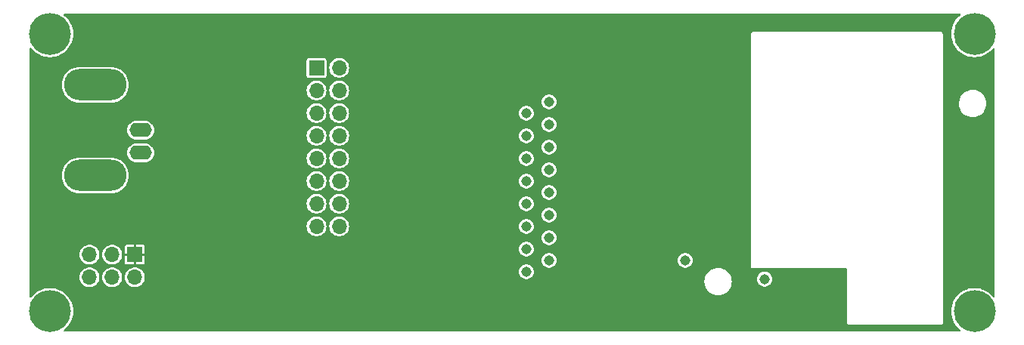
<source format=gbr>
%TF.GenerationSoftware,KiCad,Pcbnew,7.0.6-7.0.6~ubuntu22.04.1*%
%TF.CreationDate,2023-08-01T10:33:02-04:00*%
%TF.ProjectId,test-board,74657374-2d62-46f6-9172-642e6b696361,rev?*%
%TF.SameCoordinates,Original*%
%TF.FileFunction,Copper,L3,Inr*%
%TF.FilePolarity,Positive*%
%FSLAX46Y46*%
G04 Gerber Fmt 4.6, Leading zero omitted, Abs format (unit mm)*
G04 Created by KiCad (PCBNEW 7.0.6-7.0.6~ubuntu22.04.1) date 2023-08-01 10:33:02*
%MOMM*%
%LPD*%
G01*
G04 APERTURE LIST*
%TA.AperFunction,ComponentPad*%
%ADD10C,4.700000*%
%TD*%
%TA.AperFunction,ComponentPad*%
%ADD11R,1.700000X1.700000*%
%TD*%
%TA.AperFunction,ComponentPad*%
%ADD12O,1.700000X1.700000*%
%TD*%
%TA.AperFunction,ComponentPad*%
%ADD13O,2.500000X1.600000*%
%TD*%
%TA.AperFunction,ComponentPad*%
%ADD14O,7.000000X3.500000*%
%TD*%
%TA.AperFunction,ViaPad*%
%ADD15C,1.143000*%
%TD*%
G04 APERTURE END LIST*
D10*
%TO.N,N/C*%
%TO.C,H4*%
X172085000Y-53975000D03*
%TD*%
%TO.N,N/C*%
%TO.C,H3*%
X68580000Y-53975000D03*
%TD*%
%TO.N,N/C*%
%TO.C,H2*%
X172085000Y-22860000D03*
%TD*%
%TO.N,N/C*%
%TO.C,H1*%
X68580000Y-22860000D03*
%TD*%
D11*
%TO.N,/OUT_0*%
%TO.C,J5*%
X98425000Y-26670000D03*
D12*
%TO.N,GND*%
X100965000Y-26670000D03*
%TO.N,/OUT_1*%
X98425000Y-29210000D03*
%TO.N,GND*%
X100965000Y-29210000D03*
%TO.N,/OUT_2*%
X98425000Y-31750000D03*
%TO.N,GND*%
X100965000Y-31750000D03*
%TO.N,/OUT_3*%
X98425000Y-34290000D03*
%TO.N,GND*%
X100965000Y-34290000D03*
%TO.N,/OUT_4*%
X98425000Y-36830000D03*
%TO.N,GND*%
X100965000Y-36830000D03*
%TO.N,/OUT_5*%
X98425000Y-39370000D03*
%TO.N,GND*%
X100965000Y-39370000D03*
%TO.N,/OUT_6*%
X98425000Y-41910000D03*
%TO.N,GND*%
X100965000Y-41910000D03*
%TO.N,/OUT_7*%
X98425000Y-44450000D03*
%TO.N,GND*%
X100965000Y-44450000D03*
%TD*%
D11*
%TO.N,/+6.5V*%
%TO.C,J6*%
X78090000Y-47620000D03*
D12*
%TO.N,GND*%
X78090000Y-50160000D03*
%TO.N,/+5V*%
X75550000Y-47620000D03*
%TO.N,GND*%
X75550000Y-50160000D03*
%TO.N,/-20V*%
X73010000Y-47620000D03*
%TO.N,GND*%
X73010000Y-50160000D03*
%TD*%
D13*
%TO.N,Net-(J4-In)*%
%TO.C,J4*%
X78740000Y-33655000D03*
D14*
%TO.N,GND*%
X73660000Y-38735000D03*
D13*
X78740000Y-36195000D03*
D14*
X73660000Y-28575000D03*
%TD*%
D15*
%TO.N,Net-(J2-Pin_4)*%
X139700000Y-48260000D03*
%TO.N,GND*%
X148590000Y-50366500D03*
%TO.N,/+6.5V*%
X111760000Y-50800000D03*
X111760000Y-46990000D03*
X111760000Y-44450000D03*
X111760000Y-41910000D03*
X111760000Y-39370000D03*
X111760000Y-36830000D03*
X111760000Y-34290000D03*
X111760000Y-31750000D03*
%TO.N,/-20V*%
X124460000Y-48260000D03*
X124460000Y-45720000D03*
X124460000Y-43180000D03*
X124460000Y-40640000D03*
X124460000Y-38100000D03*
X124460000Y-35560000D03*
X124460000Y-33020000D03*
X124460000Y-30480000D03*
%TO.N,/OUT_7*%
X121920000Y-49530000D03*
%TO.N,/OUT_6*%
X121920000Y-46990000D03*
%TO.N,/OUT_5*%
X121920000Y-44450000D03*
%TO.N,/OUT_4*%
X121920000Y-41910000D03*
%TO.N,/OUT_3*%
X121920000Y-39370000D03*
%TO.N,/OUT_2*%
X121920000Y-36830000D03*
%TO.N,/OUT_1*%
X121920000Y-34290000D03*
%TO.N,/OUT_0*%
X121920000Y-31750000D03*
%TD*%
%TA.AperFunction,Conductor*%
%TO.N,/+6.5V*%
G36*
X170482057Y-20594502D02*
G01*
X170528550Y-20648158D01*
X170538654Y-20718432D01*
X170509160Y-20783012D01*
X170491643Y-20799685D01*
X170354739Y-20906942D01*
X170354733Y-20906947D01*
X170131947Y-21129733D01*
X170131942Y-21129739D01*
X169937620Y-21377771D01*
X169774615Y-21647416D01*
X169645299Y-21934746D01*
X169551559Y-22235566D01*
X169551557Y-22235575D01*
X169494764Y-22545487D01*
X169494763Y-22545490D01*
X169475740Y-22859998D01*
X169475740Y-22860001D01*
X169494763Y-23174509D01*
X169494764Y-23174512D01*
X169551557Y-23484424D01*
X169551559Y-23484433D01*
X169551560Y-23484437D01*
X169645300Y-23785256D01*
X169774615Y-24072584D01*
X169937621Y-24342229D01*
X170085564Y-24531064D01*
X170131942Y-24590260D01*
X170131947Y-24590266D01*
X170354733Y-24813052D01*
X170354739Y-24813057D01*
X170354741Y-24813059D01*
X170602771Y-25007379D01*
X170872416Y-25170385D01*
X171159744Y-25299700D01*
X171460563Y-25393440D01*
X171770488Y-25450236D01*
X171980162Y-25462918D01*
X172084999Y-25469260D01*
X172085000Y-25469260D01*
X172085001Y-25469260D01*
X172163627Y-25464504D01*
X172399512Y-25450236D01*
X172709437Y-25393440D01*
X173010256Y-25299700D01*
X173297584Y-25170385D01*
X173567229Y-25007379D01*
X173815259Y-24813059D01*
X174038059Y-24590259D01*
X174145315Y-24453356D01*
X174203072Y-24412070D01*
X174273981Y-24408562D01*
X174335531Y-24443947D01*
X174368179Y-24506992D01*
X174370500Y-24531064D01*
X174370500Y-52303935D01*
X174350498Y-52372056D01*
X174296842Y-52418549D01*
X174226568Y-52428653D01*
X174161988Y-52399159D01*
X174145315Y-52381642D01*
X174038057Y-52244739D01*
X174038052Y-52244733D01*
X173815266Y-52021947D01*
X173815260Y-52021942D01*
X173567228Y-51827620D01*
X173403954Y-51728918D01*
X173297584Y-51664615D01*
X173010256Y-51535300D01*
X172709437Y-51441560D01*
X172709435Y-51441559D01*
X172709433Y-51441559D01*
X172709424Y-51441557D01*
X172399512Y-51384764D01*
X172399509Y-51384763D01*
X172085001Y-51365740D01*
X172084999Y-51365740D01*
X171770490Y-51384763D01*
X171770487Y-51384764D01*
X171460575Y-51441557D01*
X171460566Y-51441559D01*
X171159746Y-51535299D01*
X170872416Y-51664615D01*
X170602771Y-51827620D01*
X170354739Y-52021942D01*
X170354733Y-52021947D01*
X170131947Y-52244733D01*
X170131942Y-52244739D01*
X169937620Y-52492771D01*
X169774615Y-52762416D01*
X169645299Y-53049746D01*
X169551559Y-53350566D01*
X169551557Y-53350575D01*
X169494764Y-53660487D01*
X169494763Y-53660490D01*
X169475740Y-53974998D01*
X169475740Y-53975001D01*
X169494763Y-54289509D01*
X169494764Y-54289512D01*
X169551557Y-54599424D01*
X169551559Y-54599433D01*
X169551560Y-54599437D01*
X169645300Y-54900256D01*
X169774615Y-55187584D01*
X169937621Y-55457229D01*
X170085564Y-55646064D01*
X170131942Y-55705260D01*
X170131947Y-55705266D01*
X170354733Y-55928052D01*
X170354739Y-55928057D01*
X170354741Y-55928059D01*
X170491643Y-56035315D01*
X170532930Y-56093072D01*
X170536438Y-56163981D01*
X170501053Y-56225531D01*
X170438008Y-56258179D01*
X170413936Y-56260500D01*
X70251064Y-56260500D01*
X70182943Y-56240498D01*
X70136450Y-56186842D01*
X70126346Y-56116568D01*
X70155840Y-56051988D01*
X70173357Y-56035315D01*
X70310259Y-55928059D01*
X70533059Y-55705259D01*
X70727379Y-55457229D01*
X70890385Y-55187584D01*
X71019700Y-54900256D01*
X71113440Y-54599437D01*
X71170236Y-54289512D01*
X71189260Y-53975000D01*
X71170236Y-53660488D01*
X71113440Y-53350563D01*
X71019700Y-53049744D01*
X70890385Y-52762416D01*
X70727379Y-52492771D01*
X70533059Y-52244741D01*
X70533057Y-52244739D01*
X70533052Y-52244733D01*
X70310266Y-52021947D01*
X70310260Y-52021942D01*
X70062228Y-51827620D01*
X69898954Y-51728918D01*
X69792584Y-51664615D01*
X69505256Y-51535300D01*
X69204437Y-51441560D01*
X69204435Y-51441559D01*
X69204433Y-51441559D01*
X69204424Y-51441557D01*
X68894512Y-51384764D01*
X68894509Y-51384763D01*
X68580001Y-51365740D01*
X68579999Y-51365740D01*
X68265490Y-51384763D01*
X68265487Y-51384764D01*
X67955575Y-51441557D01*
X67955566Y-51441559D01*
X67654746Y-51535299D01*
X67367416Y-51664615D01*
X67097771Y-51827620D01*
X66849739Y-52021942D01*
X66849733Y-52021947D01*
X66626947Y-52244733D01*
X66626933Y-52244749D01*
X66519683Y-52381642D01*
X66461926Y-52422930D01*
X66391017Y-52426437D01*
X66329467Y-52391051D01*
X66296820Y-52328006D01*
X66294500Y-52303945D01*
X66294500Y-50160004D01*
X71900768Y-50160004D01*
X71919654Y-50363819D01*
X71969549Y-50539181D01*
X71975672Y-50560701D01*
X72066912Y-50743935D01*
X72066913Y-50743936D01*
X72190266Y-50907284D01*
X72341536Y-51045185D01*
X72515566Y-51152940D01*
X72515568Y-51152940D01*
X72515573Y-51152944D01*
X72706444Y-51226888D01*
X72907653Y-51264500D01*
X72907655Y-51264500D01*
X73112345Y-51264500D01*
X73112347Y-51264500D01*
X73313556Y-51226888D01*
X73504427Y-51152944D01*
X73678462Y-51045186D01*
X73829732Y-50907285D01*
X73953088Y-50743935D01*
X74044328Y-50560701D01*
X74100345Y-50363821D01*
X74110959Y-50249277D01*
X74119232Y-50160004D01*
X74440768Y-50160004D01*
X74459654Y-50363819D01*
X74509549Y-50539181D01*
X74515672Y-50560701D01*
X74606912Y-50743935D01*
X74606913Y-50743936D01*
X74730266Y-50907284D01*
X74881536Y-51045185D01*
X75055566Y-51152940D01*
X75055568Y-51152940D01*
X75055573Y-51152944D01*
X75246444Y-51226888D01*
X75447653Y-51264500D01*
X75447655Y-51264500D01*
X75652345Y-51264500D01*
X75652347Y-51264500D01*
X75853556Y-51226888D01*
X76044427Y-51152944D01*
X76218462Y-51045186D01*
X76369732Y-50907285D01*
X76493088Y-50743935D01*
X76584328Y-50560701D01*
X76640345Y-50363821D01*
X76650959Y-50249277D01*
X76659232Y-50160004D01*
X76980768Y-50160004D01*
X76999654Y-50363819D01*
X77049549Y-50539181D01*
X77055672Y-50560701D01*
X77146912Y-50743935D01*
X77146913Y-50743936D01*
X77270266Y-50907284D01*
X77421536Y-51045185D01*
X77595566Y-51152940D01*
X77595568Y-51152940D01*
X77595573Y-51152944D01*
X77786444Y-51226888D01*
X77987653Y-51264500D01*
X77987655Y-51264500D01*
X78192345Y-51264500D01*
X78192347Y-51264500D01*
X78393556Y-51226888D01*
X78584427Y-51152944D01*
X78758462Y-51045186D01*
X78909732Y-50907285D01*
X79033088Y-50743935D01*
X79081058Y-50647599D01*
X141853786Y-50647599D01*
X141872613Y-50886821D01*
X141928630Y-51120151D01*
X141943645Y-51156399D01*
X142020460Y-51341849D01*
X142145840Y-51546449D01*
X142301682Y-51728918D01*
X142484151Y-51884760D01*
X142688751Y-52010140D01*
X142910447Y-52101969D01*
X143143778Y-52157987D01*
X143383000Y-52176814D01*
X143622222Y-52157987D01*
X143855553Y-52101969D01*
X144077249Y-52010140D01*
X144281849Y-51884760D01*
X144464318Y-51728918D01*
X144620160Y-51546449D01*
X144745540Y-51341849D01*
X144837369Y-51120153D01*
X144893387Y-50886822D01*
X144912214Y-50647600D01*
X144893387Y-50408378D01*
X144883333Y-50366500D01*
X147759450Y-50366500D01*
X147768172Y-50449486D01*
X147777601Y-50539186D01*
X147831252Y-50704310D01*
X147831256Y-50704317D01*
X147918069Y-50854683D01*
X147918070Y-50854685D01*
X148034251Y-50983717D01*
X148174720Y-51085774D01*
X148174722Y-51085775D01*
X148174725Y-51085777D01*
X148333346Y-51156400D01*
X148503184Y-51192500D01*
X148676816Y-51192500D01*
X148846654Y-51156400D01*
X149005275Y-51085777D01*
X149145746Y-50983719D01*
X149261929Y-50854685D01*
X149348745Y-50704315D01*
X149402400Y-50539181D01*
X149420550Y-50366500D01*
X149402400Y-50193819D01*
X149366529Y-50083418D01*
X149348747Y-50028689D01*
X149348743Y-50028682D01*
X149342681Y-50018183D01*
X149261930Y-49878316D01*
X149261929Y-49878314D01*
X149145748Y-49749282D01*
X149005279Y-49647225D01*
X148846654Y-49576600D01*
X148676816Y-49540500D01*
X148503184Y-49540500D01*
X148333345Y-49576600D01*
X148174720Y-49647225D01*
X148034251Y-49749282D01*
X147918070Y-49878314D01*
X147918069Y-49878316D01*
X147831256Y-50028682D01*
X147831252Y-50028689D01*
X147777601Y-50193813D01*
X147777600Y-50193817D01*
X147777600Y-50193819D01*
X147771771Y-50249277D01*
X147759732Y-50363821D01*
X147759450Y-50366500D01*
X144883333Y-50366500D01*
X144837369Y-50175047D01*
X144745540Y-49953351D01*
X144620160Y-49748751D01*
X144464318Y-49566282D01*
X144281849Y-49410440D01*
X144077249Y-49285060D01*
X143855553Y-49193231D01*
X143855551Y-49193230D01*
X143673401Y-49149500D01*
X143622222Y-49137213D01*
X143383000Y-49118386D01*
X143382999Y-49118386D01*
X143143778Y-49137213D01*
X142910448Y-49193230D01*
X142688752Y-49285059D01*
X142484152Y-49410439D01*
X142301682Y-49566282D01*
X142145839Y-49748752D01*
X142020459Y-49953352D01*
X141928630Y-50175048D01*
X141872613Y-50408378D01*
X141853786Y-50647599D01*
X79081058Y-50647599D01*
X79124328Y-50560701D01*
X79180345Y-50363821D01*
X79190959Y-50249277D01*
X79199232Y-50160004D01*
X79199232Y-50159995D01*
X79180345Y-49956180D01*
X79180345Y-49956179D01*
X79124328Y-49759299D01*
X79033088Y-49576065D01*
X78998301Y-49530000D01*
X121089450Y-49530000D01*
X121102232Y-49651613D01*
X121107601Y-49702686D01*
X121161252Y-49867810D01*
X121161256Y-49867817D01*
X121248069Y-50018183D01*
X121248070Y-50018185D01*
X121364251Y-50147217D01*
X121504720Y-50249274D01*
X121504722Y-50249275D01*
X121504725Y-50249277D01*
X121663346Y-50319900D01*
X121833184Y-50356000D01*
X122006816Y-50356000D01*
X122176654Y-50319900D01*
X122335275Y-50249277D01*
X122475746Y-50147219D01*
X122591929Y-50018185D01*
X122678745Y-49867815D01*
X122732400Y-49702681D01*
X122750550Y-49530000D01*
X122732400Y-49357319D01*
X122708922Y-49285060D01*
X122678747Y-49192189D01*
X122678743Y-49192182D01*
X122664238Y-49167059D01*
X122596597Y-49049900D01*
X122591930Y-49041816D01*
X122591929Y-49041814D01*
X122475748Y-48912782D01*
X122335279Y-48810725D01*
X122301530Y-48795699D01*
X122176654Y-48740100D01*
X122006816Y-48704000D01*
X121833184Y-48704000D01*
X121663345Y-48740100D01*
X121504720Y-48810725D01*
X121364251Y-48912782D01*
X121248070Y-49041814D01*
X121248069Y-49041816D01*
X121161256Y-49192182D01*
X121161252Y-49192189D01*
X121107601Y-49357313D01*
X121107600Y-49357317D01*
X121107600Y-49357319D01*
X121089450Y-49530000D01*
X78998301Y-49530000D01*
X78992538Y-49522368D01*
X78909733Y-49412715D01*
X78758463Y-49274814D01*
X78584433Y-49167059D01*
X78584428Y-49167057D01*
X78584427Y-49167056D01*
X78393559Y-49093113D01*
X78393560Y-49093113D01*
X78393557Y-49093112D01*
X78393556Y-49093112D01*
X78192347Y-49055500D01*
X77987653Y-49055500D01*
X77786444Y-49093112D01*
X77786439Y-49093113D01*
X77595577Y-49167054D01*
X77595566Y-49167059D01*
X77421536Y-49274814D01*
X77270266Y-49412715D01*
X77146913Y-49576063D01*
X77055671Y-49759301D01*
X76999654Y-49956180D01*
X76980768Y-50159995D01*
X76980768Y-50160004D01*
X76659232Y-50160004D01*
X76659232Y-50159995D01*
X76640345Y-49956180D01*
X76640345Y-49956179D01*
X76584328Y-49759299D01*
X76493088Y-49576065D01*
X76452538Y-49522368D01*
X76369733Y-49412715D01*
X76218463Y-49274814D01*
X76044433Y-49167059D01*
X76044428Y-49167057D01*
X76044427Y-49167056D01*
X75853559Y-49093113D01*
X75853560Y-49093113D01*
X75853557Y-49093112D01*
X75853556Y-49093112D01*
X75652347Y-49055500D01*
X75447653Y-49055500D01*
X75246444Y-49093112D01*
X75246439Y-49093113D01*
X75055577Y-49167054D01*
X75055566Y-49167059D01*
X74881536Y-49274814D01*
X74730266Y-49412715D01*
X74606913Y-49576063D01*
X74515671Y-49759301D01*
X74459654Y-49956180D01*
X74440768Y-50159995D01*
X74440768Y-50160004D01*
X74119232Y-50160004D01*
X74119232Y-50159995D01*
X74100345Y-49956180D01*
X74100345Y-49956179D01*
X74044328Y-49759299D01*
X73953088Y-49576065D01*
X73912538Y-49522368D01*
X73829733Y-49412715D01*
X73678463Y-49274814D01*
X73504433Y-49167059D01*
X73504428Y-49167057D01*
X73504427Y-49167056D01*
X73313559Y-49093113D01*
X73313560Y-49093113D01*
X73313557Y-49093112D01*
X73313556Y-49093112D01*
X73112347Y-49055500D01*
X72907653Y-49055500D01*
X72706444Y-49093112D01*
X72706439Y-49093113D01*
X72515577Y-49167054D01*
X72515566Y-49167059D01*
X72341536Y-49274814D01*
X72190266Y-49412715D01*
X72066913Y-49576063D01*
X71975671Y-49759301D01*
X71919654Y-49956180D01*
X71900768Y-50159995D01*
X71900768Y-50160004D01*
X66294500Y-50160004D01*
X66294500Y-47620004D01*
X71900768Y-47620004D01*
X71919654Y-47823819D01*
X71947641Y-47922182D01*
X71975672Y-48020701D01*
X72066912Y-48203935D01*
X72066913Y-48203936D01*
X72190266Y-48367284D01*
X72341536Y-48505185D01*
X72515566Y-48612940D01*
X72515568Y-48612940D01*
X72515573Y-48612944D01*
X72706444Y-48686888D01*
X72907653Y-48724500D01*
X72907655Y-48724500D01*
X73112345Y-48724500D01*
X73112347Y-48724500D01*
X73313556Y-48686888D01*
X73504427Y-48612944D01*
X73678462Y-48505186D01*
X73829732Y-48367285D01*
X73953088Y-48203935D01*
X74044328Y-48020701D01*
X74100345Y-47823821D01*
X74110959Y-47709277D01*
X74119232Y-47620004D01*
X74440768Y-47620004D01*
X74459654Y-47823819D01*
X74487641Y-47922182D01*
X74515672Y-48020701D01*
X74606912Y-48203935D01*
X74606913Y-48203936D01*
X74730266Y-48367284D01*
X74881536Y-48505185D01*
X75055566Y-48612940D01*
X75055568Y-48612940D01*
X75055573Y-48612944D01*
X75246444Y-48686888D01*
X75447653Y-48724500D01*
X75447655Y-48724500D01*
X75652345Y-48724500D01*
X75652347Y-48724500D01*
X75853556Y-48686888D01*
X76044427Y-48612944D01*
X76218462Y-48505186D01*
X76369732Y-48367285D01*
X76493088Y-48203935D01*
X76584328Y-48020701D01*
X76640345Y-47823821D01*
X76650959Y-47709277D01*
X76659232Y-47620004D01*
X76659232Y-47619995D01*
X76647464Y-47493000D01*
X76986000Y-47493000D01*
X77606182Y-47493000D01*
X77590000Y-47548111D01*
X77590000Y-47691889D01*
X77606182Y-47747000D01*
X76986001Y-47747000D01*
X76986001Y-48495022D01*
X77000737Y-48569105D01*
X77000737Y-48569107D01*
X77056875Y-48653124D01*
X77140893Y-48709262D01*
X77140894Y-48709263D01*
X77214980Y-48723999D01*
X77963000Y-48723999D01*
X77963000Y-48106881D01*
X78054237Y-48120000D01*
X78125763Y-48120000D01*
X78217000Y-48106881D01*
X78217000Y-48723999D01*
X78965014Y-48723999D01*
X78965022Y-48723998D01*
X79039105Y-48709262D01*
X79039107Y-48709262D01*
X79123124Y-48653124D01*
X79179262Y-48569106D01*
X79179263Y-48569105D01*
X79193999Y-48495022D01*
X79194000Y-48495015D01*
X79194000Y-48260000D01*
X123629450Y-48260000D01*
X123640726Y-48367285D01*
X123647601Y-48432686D01*
X123701252Y-48597810D01*
X123701256Y-48597817D01*
X123788069Y-48748183D01*
X123788070Y-48748185D01*
X123904251Y-48877217D01*
X124044720Y-48979274D01*
X124044722Y-48979275D01*
X124044725Y-48979277D01*
X124203346Y-49049900D01*
X124373184Y-49086000D01*
X124546816Y-49086000D01*
X124716654Y-49049900D01*
X124875275Y-48979277D01*
X125015746Y-48877219D01*
X125022307Y-48869933D01*
X125131929Y-48748185D01*
X125131930Y-48748183D01*
X125136597Y-48740100D01*
X125218745Y-48597815D01*
X125228074Y-48569105D01*
X125252144Y-48495022D01*
X125272400Y-48432681D01*
X125290550Y-48260000D01*
X138869450Y-48260000D01*
X138880726Y-48367285D01*
X138887601Y-48432686D01*
X138941252Y-48597810D01*
X138941256Y-48597817D01*
X139028069Y-48748183D01*
X139028070Y-48748185D01*
X139144251Y-48877217D01*
X139284720Y-48979274D01*
X139284722Y-48979275D01*
X139284725Y-48979277D01*
X139443346Y-49049900D01*
X139613184Y-49086000D01*
X139786816Y-49086000D01*
X139956654Y-49049900D01*
X140115275Y-48979277D01*
X140231270Y-48895002D01*
X147060514Y-48895002D01*
X147064278Y-48913927D01*
X147064279Y-48913931D01*
X147080266Y-48994302D01*
X147136515Y-49078484D01*
X147220697Y-49134733D01*
X147220699Y-49134734D01*
X147320000Y-49154486D01*
X147332895Y-49151920D01*
X147357476Y-49149500D01*
X157734500Y-49149500D01*
X157802621Y-49169502D01*
X157849114Y-49223158D01*
X157860500Y-49275500D01*
X157860500Y-55207523D01*
X157858079Y-55232103D01*
X157855514Y-55244998D01*
X157855514Y-55245002D01*
X157859278Y-55263927D01*
X157859279Y-55263931D01*
X157875266Y-55344302D01*
X157931515Y-55428484D01*
X158015697Y-55484733D01*
X158015699Y-55484734D01*
X158115000Y-55504486D01*
X158127895Y-55501920D01*
X158152476Y-55499500D01*
X168237524Y-55499500D01*
X168262104Y-55501920D01*
X168275000Y-55504486D01*
X168374301Y-55484734D01*
X168458484Y-55428484D01*
X168514734Y-55344301D01*
X168529500Y-55270067D01*
X168529500Y-55270066D01*
X168534486Y-55245000D01*
X168531921Y-55232103D01*
X168529500Y-55207523D01*
X168529500Y-30657800D01*
X170352586Y-30657800D01*
X170365179Y-30817817D01*
X170371413Y-30897021D01*
X170427430Y-31130351D01*
X170485233Y-31269899D01*
X170519260Y-31352049D01*
X170644640Y-31556649D01*
X170800482Y-31739118D01*
X170982951Y-31894960D01*
X171187551Y-32020340D01*
X171409247Y-32112169D01*
X171642578Y-32168187D01*
X171881800Y-32187014D01*
X172121022Y-32168187D01*
X172354353Y-32112169D01*
X172576049Y-32020340D01*
X172780649Y-31894960D01*
X172963118Y-31739118D01*
X173118960Y-31556649D01*
X173244340Y-31352049D01*
X173336169Y-31130353D01*
X173392187Y-30897022D01*
X173411014Y-30657800D01*
X173392187Y-30418578D01*
X173336169Y-30185247D01*
X173244340Y-29963551D01*
X173118960Y-29758951D01*
X172963118Y-29576482D01*
X172780649Y-29420640D01*
X172576049Y-29295260D01*
X172354353Y-29203431D01*
X172354351Y-29203430D01*
X172194736Y-29165110D01*
X172121022Y-29147413D01*
X171881800Y-29128586D01*
X171642578Y-29147413D01*
X171409248Y-29203430D01*
X171187552Y-29295259D01*
X170982952Y-29420639D01*
X170800482Y-29576482D01*
X170644639Y-29758952D01*
X170519259Y-29963552D01*
X170427430Y-30185248D01*
X170398125Y-30307313D01*
X170371413Y-30418578D01*
X170352586Y-30657800D01*
X168529500Y-30657800D01*
X168529500Y-22897476D01*
X168531921Y-22872894D01*
X168534486Y-22859999D01*
X168529581Y-22835342D01*
X168514734Y-22760699D01*
X168514733Y-22760697D01*
X168458484Y-22676515D01*
X168374302Y-22620266D01*
X168300067Y-22605500D01*
X168275000Y-22600514D01*
X168274999Y-22600514D01*
X168262104Y-22603079D01*
X168237523Y-22605500D01*
X147357477Y-22605500D01*
X147332896Y-22603079D01*
X147320001Y-22600514D01*
X147320000Y-22600514D01*
X147294933Y-22605500D01*
X147220697Y-22620266D01*
X147136515Y-22676515D01*
X147080266Y-22760697D01*
X147060514Y-22859999D01*
X147063079Y-22872894D01*
X147065500Y-22897476D01*
X147065500Y-48857523D01*
X147063079Y-48882103D01*
X147060514Y-48894998D01*
X147060514Y-48895002D01*
X140231270Y-48895002D01*
X140255746Y-48877219D01*
X140262307Y-48869933D01*
X140371929Y-48748185D01*
X140371930Y-48748183D01*
X140376597Y-48740100D01*
X140458745Y-48597815D01*
X140468074Y-48569105D01*
X140492144Y-48495022D01*
X140512400Y-48432681D01*
X140530550Y-48260000D01*
X140512400Y-48087319D01*
X140468042Y-47950798D01*
X140458747Y-47922189D01*
X140458743Y-47922182D01*
X140371930Y-47771816D01*
X140371929Y-47771814D01*
X140255748Y-47642782D01*
X140115279Y-47540725D01*
X139956654Y-47470100D01*
X139786816Y-47434000D01*
X139613184Y-47434000D01*
X139443345Y-47470100D01*
X139284720Y-47540725D01*
X139144251Y-47642782D01*
X139028070Y-47771814D01*
X139028069Y-47771816D01*
X138941256Y-47922182D01*
X138941252Y-47922189D01*
X138887601Y-48087313D01*
X138887600Y-48087317D01*
X138887600Y-48087319D01*
X138869450Y-48260000D01*
X125290550Y-48260000D01*
X125272400Y-48087319D01*
X125228042Y-47950798D01*
X125218747Y-47922189D01*
X125218743Y-47922182D01*
X125131930Y-47771816D01*
X125131929Y-47771814D01*
X125015748Y-47642782D01*
X124875279Y-47540725D01*
X124716654Y-47470100D01*
X124546816Y-47434000D01*
X124373184Y-47434000D01*
X124203345Y-47470100D01*
X124044720Y-47540725D01*
X123904251Y-47642782D01*
X123788070Y-47771814D01*
X123788069Y-47771816D01*
X123701256Y-47922182D01*
X123701252Y-47922189D01*
X123647601Y-48087313D01*
X123647600Y-48087317D01*
X123647600Y-48087319D01*
X123629450Y-48260000D01*
X79194000Y-48260000D01*
X79194000Y-47747000D01*
X78573818Y-47747000D01*
X78590000Y-47691889D01*
X78590000Y-47548111D01*
X78573818Y-47493000D01*
X79193999Y-47493000D01*
X79193999Y-46990000D01*
X121089450Y-46990000D01*
X121104724Y-47135320D01*
X121107601Y-47162686D01*
X121161252Y-47327810D01*
X121161256Y-47327817D01*
X121248069Y-47478183D01*
X121248070Y-47478185D01*
X121364251Y-47607217D01*
X121504720Y-47709274D01*
X121504722Y-47709275D01*
X121504725Y-47709277D01*
X121663346Y-47779900D01*
X121833184Y-47816000D01*
X122006816Y-47816000D01*
X122176654Y-47779900D01*
X122335275Y-47709277D01*
X122475746Y-47607219D01*
X122535620Y-47540723D01*
X122591929Y-47478185D01*
X122591930Y-47478183D01*
X122617439Y-47434000D01*
X122678745Y-47327815D01*
X122732400Y-47162681D01*
X122750550Y-46990000D01*
X122732400Y-46817319D01*
X122705593Y-46734814D01*
X122678747Y-46652189D01*
X122678743Y-46652182D01*
X122664238Y-46627059D01*
X122608627Y-46530736D01*
X122591930Y-46501816D01*
X122591929Y-46501814D01*
X122475748Y-46372782D01*
X122335279Y-46270725D01*
X122176654Y-46200100D01*
X122006816Y-46164000D01*
X121833184Y-46164000D01*
X121663345Y-46200100D01*
X121504720Y-46270725D01*
X121364251Y-46372782D01*
X121248070Y-46501814D01*
X121248069Y-46501816D01*
X121161256Y-46652182D01*
X121161252Y-46652189D01*
X121107601Y-46817313D01*
X121107600Y-46817317D01*
X121107600Y-46817319D01*
X121089450Y-46990000D01*
X79193999Y-46990000D01*
X79193999Y-46744986D01*
X79193998Y-46744977D01*
X79179262Y-46670894D01*
X79179262Y-46670892D01*
X79123124Y-46586875D01*
X79039106Y-46530737D01*
X79039105Y-46530736D01*
X78965022Y-46516000D01*
X78217000Y-46516000D01*
X78217000Y-47133118D01*
X78125763Y-47120000D01*
X78054237Y-47120000D01*
X77963000Y-47133118D01*
X77963000Y-46516000D01*
X77214986Y-46516000D01*
X77214976Y-46516001D01*
X77140894Y-46530737D01*
X77140892Y-46530737D01*
X77056875Y-46586875D01*
X77000737Y-46670893D01*
X77000736Y-46670894D01*
X76986000Y-46744977D01*
X76986000Y-47493000D01*
X76647464Y-47493000D01*
X76640345Y-47416180D01*
X76604217Y-47289202D01*
X76584328Y-47219299D01*
X76493088Y-47036065D01*
X76452538Y-46982368D01*
X76369733Y-46872715D01*
X76218463Y-46734814D01*
X76044433Y-46627059D01*
X76044428Y-46627057D01*
X76044427Y-46627056D01*
X75853559Y-46553113D01*
X75853560Y-46553113D01*
X75853557Y-46553112D01*
X75853556Y-46553112D01*
X75652347Y-46515500D01*
X75447653Y-46515500D01*
X75246444Y-46553112D01*
X75246439Y-46553113D01*
X75055577Y-46627054D01*
X75055566Y-46627059D01*
X74881536Y-46734814D01*
X74730266Y-46872715D01*
X74606913Y-47036063D01*
X74515671Y-47219301D01*
X74459654Y-47416180D01*
X74440768Y-47619995D01*
X74440768Y-47620004D01*
X74119232Y-47620004D01*
X74119232Y-47619995D01*
X74100345Y-47416180D01*
X74064217Y-47289202D01*
X74044328Y-47219299D01*
X73953088Y-47036065D01*
X73912538Y-46982368D01*
X73829733Y-46872715D01*
X73678463Y-46734814D01*
X73504433Y-46627059D01*
X73504428Y-46627057D01*
X73504427Y-46627056D01*
X73313559Y-46553113D01*
X73313560Y-46553113D01*
X73313557Y-46553112D01*
X73313556Y-46553112D01*
X73112347Y-46515500D01*
X72907653Y-46515500D01*
X72706444Y-46553112D01*
X72706439Y-46553113D01*
X72515577Y-46627054D01*
X72515566Y-46627059D01*
X72341536Y-46734814D01*
X72190266Y-46872715D01*
X72066913Y-47036063D01*
X71975671Y-47219301D01*
X71919654Y-47416180D01*
X71900768Y-47619995D01*
X71900768Y-47620004D01*
X66294500Y-47620004D01*
X66294499Y-45720000D01*
X123629450Y-45720000D01*
X123647601Y-45892686D01*
X123701252Y-46057810D01*
X123701256Y-46057817D01*
X123788069Y-46208183D01*
X123788070Y-46208185D01*
X123904251Y-46337217D01*
X124044720Y-46439274D01*
X124044722Y-46439275D01*
X124044725Y-46439277D01*
X124203346Y-46509900D01*
X124373184Y-46546000D01*
X124546816Y-46546000D01*
X124716654Y-46509900D01*
X124875275Y-46439277D01*
X125015746Y-46337219D01*
X125075620Y-46270723D01*
X125131929Y-46208185D01*
X125131930Y-46208183D01*
X125157439Y-46164000D01*
X125218745Y-46057815D01*
X125272400Y-45892681D01*
X125290550Y-45720000D01*
X125272400Y-45547319D01*
X125268789Y-45536208D01*
X125218747Y-45382189D01*
X125218743Y-45382182D01*
X125131930Y-45231816D01*
X125131929Y-45231814D01*
X125015748Y-45102782D01*
X124875279Y-45000725D01*
X124716654Y-44930100D01*
X124546816Y-44894000D01*
X124373184Y-44894000D01*
X124203345Y-44930100D01*
X124044720Y-45000725D01*
X123904251Y-45102782D01*
X123788070Y-45231814D01*
X123788069Y-45231816D01*
X123701256Y-45382182D01*
X123701252Y-45382189D01*
X123647601Y-45547313D01*
X123647600Y-45547317D01*
X123647600Y-45547319D01*
X123629450Y-45719999D01*
X123629450Y-45720000D01*
X66294499Y-45720000D01*
X66294499Y-44450004D01*
X97315768Y-44450004D01*
X97334654Y-44653819D01*
X97334655Y-44653821D01*
X97390672Y-44850701D01*
X97481912Y-45033935D01*
X97481913Y-45033936D01*
X97605266Y-45197284D01*
X97756536Y-45335185D01*
X97930566Y-45442940D01*
X97930568Y-45442940D01*
X97930573Y-45442944D01*
X98121444Y-45516888D01*
X98322653Y-45554500D01*
X98322655Y-45554500D01*
X98527345Y-45554500D01*
X98527347Y-45554500D01*
X98728556Y-45516888D01*
X98919427Y-45442944D01*
X99093462Y-45335186D01*
X99244732Y-45197285D01*
X99368088Y-45033935D01*
X99459328Y-44850701D01*
X99515345Y-44653821D01*
X99534232Y-44450004D01*
X99855768Y-44450004D01*
X99874654Y-44653819D01*
X99874655Y-44653821D01*
X99930672Y-44850701D01*
X100021912Y-45033935D01*
X100021913Y-45033936D01*
X100145266Y-45197284D01*
X100296536Y-45335185D01*
X100470566Y-45442940D01*
X100470568Y-45442940D01*
X100470573Y-45442944D01*
X100661444Y-45516888D01*
X100862653Y-45554500D01*
X100862655Y-45554500D01*
X101067345Y-45554500D01*
X101067347Y-45554500D01*
X101268556Y-45516888D01*
X101459427Y-45442944D01*
X101633462Y-45335186D01*
X101784732Y-45197285D01*
X101908088Y-45033935D01*
X101999328Y-44850701D01*
X102055345Y-44653821D01*
X102074232Y-44450000D01*
X121089450Y-44450000D01*
X121107601Y-44622686D01*
X121161252Y-44787810D01*
X121161256Y-44787817D01*
X121248069Y-44938183D01*
X121248070Y-44938185D01*
X121364251Y-45067217D01*
X121504720Y-45169274D01*
X121504722Y-45169275D01*
X121504725Y-45169277D01*
X121663346Y-45239900D01*
X121833184Y-45276000D01*
X122006816Y-45276000D01*
X122176654Y-45239900D01*
X122335275Y-45169277D01*
X122475746Y-45067219D01*
X122535620Y-45000723D01*
X122591929Y-44938185D01*
X122591930Y-44938183D01*
X122617439Y-44894000D01*
X122678745Y-44787815D01*
X122732400Y-44622681D01*
X122750550Y-44450000D01*
X122732400Y-44277319D01*
X122722282Y-44246179D01*
X122678747Y-44112189D01*
X122678743Y-44112182D01*
X122591930Y-43961816D01*
X122591929Y-43961814D01*
X122475748Y-43832782D01*
X122335279Y-43730725D01*
X122176654Y-43660100D01*
X122006816Y-43624000D01*
X121833184Y-43624000D01*
X121663345Y-43660100D01*
X121504720Y-43730725D01*
X121364251Y-43832782D01*
X121248070Y-43961814D01*
X121248069Y-43961816D01*
X121161256Y-44112182D01*
X121161252Y-44112189D01*
X121107601Y-44277313D01*
X121089450Y-44450000D01*
X102074232Y-44450000D01*
X102055345Y-44246179D01*
X101999328Y-44049299D01*
X101908088Y-43866065D01*
X101856098Y-43797219D01*
X101784733Y-43702715D01*
X101633463Y-43564814D01*
X101459433Y-43457059D01*
X101459428Y-43457057D01*
X101459427Y-43457056D01*
X101268559Y-43383113D01*
X101268560Y-43383113D01*
X101268557Y-43383112D01*
X101268556Y-43383112D01*
X101067347Y-43345500D01*
X100862653Y-43345500D01*
X100661444Y-43383112D01*
X100661439Y-43383113D01*
X100470577Y-43457054D01*
X100470566Y-43457059D01*
X100296536Y-43564814D01*
X100145266Y-43702715D01*
X100021913Y-43866063D01*
X99930671Y-44049301D01*
X99874654Y-44246180D01*
X99855768Y-44449995D01*
X99855768Y-44450004D01*
X99534232Y-44450004D01*
X99534232Y-44450000D01*
X99515345Y-44246179D01*
X99459328Y-44049299D01*
X99368088Y-43866065D01*
X99316098Y-43797219D01*
X99244733Y-43702715D01*
X99093463Y-43564814D01*
X98919433Y-43457059D01*
X98919428Y-43457057D01*
X98919427Y-43457056D01*
X98728559Y-43383113D01*
X98728560Y-43383113D01*
X98728557Y-43383112D01*
X98728556Y-43383112D01*
X98527347Y-43345500D01*
X98322653Y-43345500D01*
X98121444Y-43383112D01*
X98121439Y-43383113D01*
X97930577Y-43457054D01*
X97930566Y-43457059D01*
X97756536Y-43564814D01*
X97605266Y-43702715D01*
X97481913Y-43866063D01*
X97390671Y-44049301D01*
X97334654Y-44246180D01*
X97315768Y-44449995D01*
X97315768Y-44450004D01*
X66294499Y-44450004D01*
X66294499Y-43180000D01*
X123629450Y-43180000D01*
X123646845Y-43345500D01*
X123647601Y-43352686D01*
X123701252Y-43517810D01*
X123701256Y-43517817D01*
X123788069Y-43668183D01*
X123788070Y-43668185D01*
X123904251Y-43797217D01*
X124044720Y-43899274D01*
X124044722Y-43899275D01*
X124044725Y-43899277D01*
X124203346Y-43969900D01*
X124373184Y-44006000D01*
X124546816Y-44006000D01*
X124716654Y-43969900D01*
X124875275Y-43899277D01*
X125015746Y-43797219D01*
X125075620Y-43730723D01*
X125131929Y-43668185D01*
X125131930Y-43668183D01*
X125191610Y-43564814D01*
X125218745Y-43517815D01*
X125272400Y-43352681D01*
X125290550Y-43180000D01*
X125272400Y-43007319D01*
X125268789Y-42996208D01*
X125218747Y-42842189D01*
X125218743Y-42842182D01*
X125131930Y-42691816D01*
X125131929Y-42691814D01*
X125015748Y-42562782D01*
X124875279Y-42460725D01*
X124716654Y-42390100D01*
X124546816Y-42354000D01*
X124373184Y-42354000D01*
X124203345Y-42390100D01*
X124044720Y-42460725D01*
X123904251Y-42562782D01*
X123788070Y-42691814D01*
X123788069Y-42691816D01*
X123701256Y-42842182D01*
X123701252Y-42842189D01*
X123647601Y-43007313D01*
X123647600Y-43007317D01*
X123647600Y-43007319D01*
X123629450Y-43180000D01*
X66294499Y-43180000D01*
X66294499Y-41910004D01*
X97315768Y-41910004D01*
X97334654Y-42113819D01*
X97334655Y-42113821D01*
X97390672Y-42310701D01*
X97481912Y-42493935D01*
X97481913Y-42493936D01*
X97605266Y-42657284D01*
X97756536Y-42795185D01*
X97930566Y-42902940D01*
X97930568Y-42902940D01*
X97930573Y-42902944D01*
X98121444Y-42976888D01*
X98322653Y-43014500D01*
X98322655Y-43014500D01*
X98527345Y-43014500D01*
X98527347Y-43014500D01*
X98728556Y-42976888D01*
X98919427Y-42902944D01*
X99093462Y-42795186D01*
X99244732Y-42657285D01*
X99368088Y-42493935D01*
X99459328Y-42310701D01*
X99515345Y-42113821D01*
X99534232Y-41910004D01*
X99855768Y-41910004D01*
X99874654Y-42113819D01*
X99874655Y-42113821D01*
X99930672Y-42310701D01*
X100021912Y-42493935D01*
X100021913Y-42493936D01*
X100145266Y-42657284D01*
X100296536Y-42795185D01*
X100470566Y-42902940D01*
X100470568Y-42902940D01*
X100470573Y-42902944D01*
X100661444Y-42976888D01*
X100862653Y-43014500D01*
X100862655Y-43014500D01*
X101067345Y-43014500D01*
X101067347Y-43014500D01*
X101268556Y-42976888D01*
X101459427Y-42902944D01*
X101633462Y-42795186D01*
X101784732Y-42657285D01*
X101908088Y-42493935D01*
X101999328Y-42310701D01*
X102055345Y-42113821D01*
X102074232Y-41910004D01*
X121089450Y-41910004D01*
X121107601Y-42082686D01*
X121161252Y-42247810D01*
X121161256Y-42247817D01*
X121248069Y-42398183D01*
X121248070Y-42398185D01*
X121364251Y-42527217D01*
X121504720Y-42629274D01*
X121504722Y-42629275D01*
X121504725Y-42629277D01*
X121663346Y-42699900D01*
X121833184Y-42736000D01*
X122006816Y-42736000D01*
X122176654Y-42699900D01*
X122335275Y-42629277D01*
X122475746Y-42527219D01*
X122535620Y-42460723D01*
X122591929Y-42398185D01*
X122591930Y-42398183D01*
X122617439Y-42354000D01*
X122678745Y-42247815D01*
X122732400Y-42082681D01*
X122750550Y-41910000D01*
X122732400Y-41737319D01*
X122722282Y-41706179D01*
X122678747Y-41572189D01*
X122678743Y-41572182D01*
X122591930Y-41421816D01*
X122591929Y-41421814D01*
X122475748Y-41292782D01*
X122335279Y-41190725D01*
X122176654Y-41120100D01*
X122006816Y-41084000D01*
X121833184Y-41084000D01*
X121663345Y-41120100D01*
X121504720Y-41190725D01*
X121364251Y-41292782D01*
X121248070Y-41421814D01*
X121248069Y-41421816D01*
X121161256Y-41572182D01*
X121161252Y-41572189D01*
X121107601Y-41737313D01*
X121089451Y-41909995D01*
X121089450Y-41910000D01*
X121089450Y-41910004D01*
X102074232Y-41910004D01*
X102074232Y-41910000D01*
X102055345Y-41706179D01*
X101999328Y-41509299D01*
X101908088Y-41326065D01*
X101856098Y-41257219D01*
X101784733Y-41162715D01*
X101633463Y-41024814D01*
X101459433Y-40917059D01*
X101459428Y-40917057D01*
X101459427Y-40917056D01*
X101268559Y-40843113D01*
X101268560Y-40843113D01*
X101268557Y-40843112D01*
X101268556Y-40843112D01*
X101067347Y-40805500D01*
X100862653Y-40805500D01*
X100661444Y-40843112D01*
X100661439Y-40843113D01*
X100470577Y-40917054D01*
X100470566Y-40917059D01*
X100296536Y-41024814D01*
X100145266Y-41162715D01*
X100021913Y-41326063D01*
X99930671Y-41509301D01*
X99874654Y-41706180D01*
X99855768Y-41909995D01*
X99855768Y-41910004D01*
X99534232Y-41910004D01*
X99534232Y-41910000D01*
X99515345Y-41706179D01*
X99459328Y-41509299D01*
X99368088Y-41326065D01*
X99316098Y-41257219D01*
X99244733Y-41162715D01*
X99093463Y-41024814D01*
X98919433Y-40917059D01*
X98919428Y-40917057D01*
X98919427Y-40917056D01*
X98728559Y-40843113D01*
X98728560Y-40843113D01*
X98728557Y-40843112D01*
X98728556Y-40843112D01*
X98527347Y-40805500D01*
X98322653Y-40805500D01*
X98121444Y-40843112D01*
X98121439Y-40843113D01*
X97930577Y-40917054D01*
X97930566Y-40917059D01*
X97756536Y-41024814D01*
X97605266Y-41162715D01*
X97481913Y-41326063D01*
X97390671Y-41509301D01*
X97334654Y-41706180D01*
X97315768Y-41909995D01*
X97315768Y-41910004D01*
X66294499Y-41910004D01*
X66294499Y-38735000D01*
X69900380Y-38735000D01*
X69920835Y-39021002D01*
X69981781Y-39301166D01*
X69981781Y-39301167D01*
X70081984Y-39569825D01*
X70081985Y-39569826D01*
X70191669Y-39770698D01*
X70219402Y-39821486D01*
X70391226Y-40051015D01*
X70391229Y-40051018D01*
X70391231Y-40051021D01*
X70593979Y-40253769D01*
X70593982Y-40253771D01*
X70593984Y-40253773D01*
X70739819Y-40362944D01*
X70823517Y-40425600D01*
X71075174Y-40563015D01*
X71343825Y-40663216D01*
X71343828Y-40663216D01*
X71343832Y-40663218D01*
X71505972Y-40698489D01*
X71624001Y-40724165D01*
X71838413Y-40739500D01*
X71838419Y-40739500D01*
X75481581Y-40739500D01*
X75481587Y-40739500D01*
X75695999Y-40724165D01*
X75976166Y-40663218D01*
X75976167Y-40663218D01*
X75976168Y-40663217D01*
X75976175Y-40663216D01*
X76038420Y-40640000D01*
X123629450Y-40640000D01*
X123646845Y-40805500D01*
X123647601Y-40812686D01*
X123701252Y-40977810D01*
X123701256Y-40977817D01*
X123788069Y-41128183D01*
X123788070Y-41128185D01*
X123904251Y-41257217D01*
X124044720Y-41359274D01*
X124044722Y-41359275D01*
X124044725Y-41359277D01*
X124203346Y-41429900D01*
X124373184Y-41466000D01*
X124546816Y-41466000D01*
X124716654Y-41429900D01*
X124875275Y-41359277D01*
X125015746Y-41257219D01*
X125075620Y-41190723D01*
X125131929Y-41128185D01*
X125131930Y-41128183D01*
X125191610Y-41024814D01*
X125218745Y-40977815D01*
X125272400Y-40812681D01*
X125290550Y-40640000D01*
X125272400Y-40467319D01*
X125268789Y-40456208D01*
X125218747Y-40302189D01*
X125218743Y-40302182D01*
X125131930Y-40151816D01*
X125131929Y-40151814D01*
X125015748Y-40022782D01*
X124875279Y-39920725D01*
X124716654Y-39850100D01*
X124546816Y-39814000D01*
X124373184Y-39814000D01*
X124203345Y-39850100D01*
X124044720Y-39920725D01*
X123904251Y-40022782D01*
X123788070Y-40151814D01*
X123788069Y-40151816D01*
X123701256Y-40302182D01*
X123701252Y-40302189D01*
X123647601Y-40467313D01*
X123647600Y-40467317D01*
X123647600Y-40467319D01*
X123629450Y-40640000D01*
X76038420Y-40640000D01*
X76244826Y-40563015D01*
X76496483Y-40425600D01*
X76726021Y-40253769D01*
X76928769Y-40051021D01*
X77100600Y-39821483D01*
X77238015Y-39569826D01*
X77312544Y-39370004D01*
X97315768Y-39370004D01*
X97334654Y-39573819D01*
X97334655Y-39573821D01*
X97390672Y-39770701D01*
X97481912Y-39953935D01*
X97481913Y-39953936D01*
X97605266Y-40117284D01*
X97756536Y-40255185D01*
X97930566Y-40362940D01*
X97930568Y-40362940D01*
X97930573Y-40362944D01*
X98121444Y-40436888D01*
X98322653Y-40474500D01*
X98322655Y-40474500D01*
X98527345Y-40474500D01*
X98527347Y-40474500D01*
X98728556Y-40436888D01*
X98919427Y-40362944D01*
X99093462Y-40255186D01*
X99244732Y-40117285D01*
X99368088Y-39953935D01*
X99459328Y-39770701D01*
X99515345Y-39573821D01*
X99534232Y-39370004D01*
X99855768Y-39370004D01*
X99874654Y-39573819D01*
X99874655Y-39573821D01*
X99930672Y-39770701D01*
X100021912Y-39953935D01*
X100021913Y-39953936D01*
X100145266Y-40117284D01*
X100296536Y-40255185D01*
X100470566Y-40362940D01*
X100470568Y-40362940D01*
X100470573Y-40362944D01*
X100661444Y-40436888D01*
X100862653Y-40474500D01*
X100862655Y-40474500D01*
X101067345Y-40474500D01*
X101067347Y-40474500D01*
X101268556Y-40436888D01*
X101459427Y-40362944D01*
X101633462Y-40255186D01*
X101784732Y-40117285D01*
X101908088Y-39953935D01*
X101999328Y-39770701D01*
X102055345Y-39573821D01*
X102074232Y-39370000D01*
X121089450Y-39370000D01*
X121107601Y-39542686D01*
X121161252Y-39707810D01*
X121161256Y-39707817D01*
X121248069Y-39858183D01*
X121248070Y-39858185D01*
X121364251Y-39987217D01*
X121504720Y-40089274D01*
X121504722Y-40089275D01*
X121504725Y-40089277D01*
X121663346Y-40159900D01*
X121833184Y-40196000D01*
X122006816Y-40196000D01*
X122176654Y-40159900D01*
X122335275Y-40089277D01*
X122475746Y-39987219D01*
X122535620Y-39920723D01*
X122591929Y-39858185D01*
X122591930Y-39858183D01*
X122617439Y-39814000D01*
X122678745Y-39707815D01*
X122732400Y-39542681D01*
X122750550Y-39370000D01*
X122732400Y-39197319D01*
X122722282Y-39166179D01*
X122678747Y-39032189D01*
X122678743Y-39032182D01*
X122672288Y-39021002D01*
X122596597Y-38889900D01*
X122591930Y-38881816D01*
X122591929Y-38881814D01*
X122475748Y-38752782D01*
X122335279Y-38650725D01*
X122176654Y-38580100D01*
X122006816Y-38544000D01*
X121833184Y-38544000D01*
X121663345Y-38580100D01*
X121504720Y-38650725D01*
X121364251Y-38752782D01*
X121248070Y-38881814D01*
X121248069Y-38881816D01*
X121161256Y-39032182D01*
X121161252Y-39032189D01*
X121107601Y-39197313D01*
X121089450Y-39370000D01*
X102074232Y-39370000D01*
X102067854Y-39301175D01*
X102055345Y-39166180D01*
X102055345Y-39166179D01*
X101999328Y-38969299D01*
X101908088Y-38786065D01*
X101856098Y-38717219D01*
X101784733Y-38622715D01*
X101633463Y-38484814D01*
X101459433Y-38377059D01*
X101459428Y-38377057D01*
X101459427Y-38377056D01*
X101268559Y-38303113D01*
X101268560Y-38303113D01*
X101268557Y-38303112D01*
X101268556Y-38303112D01*
X101067347Y-38265500D01*
X100862653Y-38265500D01*
X100661444Y-38303112D01*
X100661439Y-38303113D01*
X100470577Y-38377054D01*
X100470566Y-38377059D01*
X100296536Y-38484814D01*
X100145266Y-38622715D01*
X100021913Y-38786063D01*
X99930671Y-38969301D01*
X99874654Y-39166180D01*
X99855768Y-39369995D01*
X99855768Y-39370004D01*
X99534232Y-39370004D01*
X99534232Y-39370000D01*
X99527854Y-39301175D01*
X99515345Y-39166180D01*
X99515345Y-39166179D01*
X99459328Y-38969299D01*
X99368088Y-38786065D01*
X99316098Y-38717219D01*
X99244733Y-38622715D01*
X99093463Y-38484814D01*
X98919433Y-38377059D01*
X98919428Y-38377057D01*
X98919427Y-38377056D01*
X98728559Y-38303113D01*
X98728560Y-38303113D01*
X98728557Y-38303112D01*
X98728556Y-38303112D01*
X98527347Y-38265500D01*
X98322653Y-38265500D01*
X98121444Y-38303112D01*
X98121439Y-38303113D01*
X97930577Y-38377054D01*
X97930566Y-38377059D01*
X97756536Y-38484814D01*
X97605266Y-38622715D01*
X97481913Y-38786063D01*
X97390671Y-38969301D01*
X97334654Y-39166180D01*
X97315768Y-39369995D01*
X97315768Y-39370004D01*
X77312544Y-39370004D01*
X77338216Y-39301175D01*
X77399165Y-39020999D01*
X77419620Y-38735000D01*
X77399165Y-38449001D01*
X77338216Y-38168825D01*
X77312546Y-38100000D01*
X123629450Y-38100000D01*
X123646845Y-38265500D01*
X123647601Y-38272686D01*
X123701252Y-38437810D01*
X123701256Y-38437817D01*
X123788069Y-38588183D01*
X123788070Y-38588185D01*
X123904251Y-38717217D01*
X124044720Y-38819274D01*
X124044722Y-38819275D01*
X124044725Y-38819277D01*
X124203346Y-38889900D01*
X124373184Y-38926000D01*
X124546816Y-38926000D01*
X124716654Y-38889900D01*
X124875275Y-38819277D01*
X125015746Y-38717219D01*
X125075620Y-38650723D01*
X125131929Y-38588185D01*
X125131930Y-38588183D01*
X125191610Y-38484814D01*
X125218745Y-38437815D01*
X125272400Y-38272681D01*
X125290550Y-38100000D01*
X125272400Y-37927319D01*
X125263580Y-37900174D01*
X125218747Y-37762189D01*
X125218743Y-37762182D01*
X125131930Y-37611816D01*
X125131929Y-37611814D01*
X125015748Y-37482782D01*
X124875279Y-37380725D01*
X124716654Y-37310100D01*
X124546816Y-37274000D01*
X124373184Y-37274000D01*
X124203345Y-37310100D01*
X124044720Y-37380725D01*
X123904251Y-37482782D01*
X123788070Y-37611814D01*
X123788069Y-37611816D01*
X123701256Y-37762182D01*
X123701252Y-37762189D01*
X123647601Y-37927313D01*
X123647600Y-37927317D01*
X123647600Y-37927319D01*
X123629450Y-38100000D01*
X77312546Y-38100000D01*
X77238015Y-37900174D01*
X77100600Y-37648517D01*
X77047275Y-37577284D01*
X76928773Y-37418984D01*
X76928765Y-37418975D01*
X76726024Y-37216234D01*
X76726015Y-37216226D01*
X76496486Y-37044402D01*
X76496484Y-37044401D01*
X76496483Y-37044400D01*
X76384857Y-36983448D01*
X76244825Y-36906984D01*
X75976167Y-36806781D01*
X75696001Y-36745835D01*
X75696002Y-36745835D01*
X75624528Y-36740723D01*
X75481587Y-36730500D01*
X71838413Y-36730500D01*
X71709765Y-36739701D01*
X71623997Y-36745835D01*
X71343833Y-36806781D01*
X71343832Y-36806781D01*
X71075174Y-36906984D01*
X70823513Y-37044402D01*
X70593984Y-37216226D01*
X70593975Y-37216234D01*
X70391234Y-37418975D01*
X70391226Y-37418984D01*
X70219402Y-37648513D01*
X70081984Y-37900174D01*
X69981781Y-38168832D01*
X69981781Y-38168833D01*
X69920835Y-38448997D01*
X69900380Y-38735000D01*
X66294499Y-38735000D01*
X66294499Y-36195003D01*
X77230398Y-36195003D01*
X77250756Y-36401711D01*
X77311055Y-36600492D01*
X77408974Y-36783686D01*
X77540747Y-36944252D01*
X77701313Y-37076024D01*
X77701313Y-37076025D01*
X77701317Y-37076027D01*
X77884508Y-37173945D01*
X78083282Y-37234242D01*
X78083286Y-37234242D01*
X78083288Y-37234243D01*
X78171340Y-37242915D01*
X78238199Y-37249500D01*
X78238208Y-37249500D01*
X79241792Y-37249500D01*
X79241801Y-37249500D01*
X79329859Y-37240826D01*
X79396711Y-37234243D01*
X79396712Y-37234242D01*
X79396718Y-37234242D01*
X79595492Y-37173945D01*
X79778683Y-37076027D01*
X79778684Y-37076025D01*
X79778686Y-37076025D01*
X79778686Y-37076024D01*
X79939252Y-36944252D01*
X80033013Y-36830004D01*
X97315768Y-36830004D01*
X97334654Y-37033819D01*
X97386555Y-37216231D01*
X97390672Y-37230701D01*
X97481912Y-37413935D01*
X97481913Y-37413936D01*
X97605266Y-37577284D01*
X97756536Y-37715185D01*
X97930566Y-37822940D01*
X97930568Y-37822940D01*
X97930573Y-37822944D01*
X98121444Y-37896888D01*
X98322653Y-37934500D01*
X98322655Y-37934500D01*
X98527345Y-37934500D01*
X98527347Y-37934500D01*
X98728556Y-37896888D01*
X98919427Y-37822944D01*
X99093462Y-37715186D01*
X99244732Y-37577285D01*
X99368088Y-37413935D01*
X99459328Y-37230701D01*
X99515345Y-37033821D01*
X99534232Y-36830004D01*
X99855768Y-36830004D01*
X99874654Y-37033819D01*
X99926555Y-37216231D01*
X99930672Y-37230701D01*
X100021912Y-37413935D01*
X100021913Y-37413936D01*
X100145266Y-37577284D01*
X100296536Y-37715185D01*
X100470566Y-37822940D01*
X100470568Y-37822940D01*
X100470573Y-37822944D01*
X100661444Y-37896888D01*
X100862653Y-37934500D01*
X100862655Y-37934500D01*
X101067345Y-37934500D01*
X101067347Y-37934500D01*
X101268556Y-37896888D01*
X101459427Y-37822944D01*
X101633462Y-37715186D01*
X101784732Y-37577285D01*
X101908088Y-37413935D01*
X101999328Y-37230701D01*
X102055345Y-37033821D01*
X102074232Y-36830004D01*
X121089450Y-36830004D01*
X121107601Y-37002686D01*
X121161252Y-37167810D01*
X121161256Y-37167817D01*
X121248069Y-37318183D01*
X121248070Y-37318185D01*
X121364251Y-37447217D01*
X121504720Y-37549274D01*
X121504722Y-37549275D01*
X121504725Y-37549277D01*
X121663346Y-37619900D01*
X121833184Y-37656000D01*
X122006816Y-37656000D01*
X122176654Y-37619900D01*
X122335275Y-37549277D01*
X122475746Y-37447219D01*
X122501174Y-37418979D01*
X122591929Y-37318185D01*
X122591930Y-37318183D01*
X122631584Y-37249500D01*
X122678745Y-37167815D01*
X122732400Y-37002681D01*
X122750550Y-36830000D01*
X122732400Y-36657319D01*
X122713936Y-36600492D01*
X122678747Y-36492189D01*
X122678743Y-36492182D01*
X122591930Y-36341816D01*
X122591929Y-36341814D01*
X122475748Y-36212782D01*
X122335279Y-36110725D01*
X122176654Y-36040100D01*
X122006816Y-36004000D01*
X121833184Y-36004000D01*
X121663345Y-36040100D01*
X121504720Y-36110725D01*
X121364251Y-36212782D01*
X121248070Y-36341814D01*
X121248069Y-36341816D01*
X121161256Y-36492182D01*
X121161252Y-36492189D01*
X121107601Y-36657313D01*
X121089451Y-36829995D01*
X121089450Y-36830000D01*
X121089450Y-36830004D01*
X102074232Y-36830004D01*
X102074232Y-36830000D01*
X102072080Y-36806781D01*
X102055345Y-36626180D01*
X102048036Y-36600492D01*
X101999328Y-36429299D01*
X101908088Y-36246065D01*
X101856098Y-36177219D01*
X101784733Y-36082715D01*
X101633463Y-35944814D01*
X101459433Y-35837059D01*
X101459428Y-35837057D01*
X101459427Y-35837056D01*
X101336692Y-35789508D01*
X101268559Y-35763113D01*
X101268560Y-35763113D01*
X101268557Y-35763112D01*
X101268556Y-35763112D01*
X101067347Y-35725500D01*
X100862653Y-35725500D01*
X100661444Y-35763112D01*
X100661439Y-35763113D01*
X100470577Y-35837054D01*
X100470566Y-35837059D01*
X100296536Y-35944814D01*
X100145266Y-36082715D01*
X100021913Y-36246063D01*
X99930671Y-36429301D01*
X99874654Y-36626180D01*
X99855768Y-36829995D01*
X99855768Y-36830004D01*
X99534232Y-36830004D01*
X99534232Y-36830000D01*
X99532080Y-36806781D01*
X99515345Y-36626180D01*
X99508036Y-36600492D01*
X99459328Y-36429299D01*
X99368088Y-36246065D01*
X99316098Y-36177219D01*
X99244733Y-36082715D01*
X99093463Y-35944814D01*
X98919433Y-35837059D01*
X98919428Y-35837057D01*
X98919427Y-35837056D01*
X98796692Y-35789508D01*
X98728559Y-35763113D01*
X98728560Y-35763113D01*
X98728557Y-35763112D01*
X98728556Y-35763112D01*
X98527347Y-35725500D01*
X98322653Y-35725500D01*
X98121444Y-35763112D01*
X98121439Y-35763113D01*
X97930577Y-35837054D01*
X97930566Y-35837059D01*
X97756536Y-35944814D01*
X97605266Y-36082715D01*
X97481913Y-36246063D01*
X97390671Y-36429301D01*
X97334654Y-36626180D01*
X97315768Y-36829995D01*
X97315768Y-36830004D01*
X80033013Y-36830004D01*
X80071027Y-36783683D01*
X80168945Y-36600492D01*
X80229242Y-36401718D01*
X80241302Y-36279277D01*
X80249602Y-36195003D01*
X80249602Y-36194996D01*
X80229243Y-35988288D01*
X80229242Y-35988286D01*
X80229242Y-35988282D01*
X80168945Y-35789508D01*
X80071027Y-35606317D01*
X80071025Y-35606313D01*
X80033017Y-35560000D01*
X123629450Y-35560000D01*
X123646845Y-35725500D01*
X123647601Y-35732686D01*
X123701252Y-35897810D01*
X123701256Y-35897817D01*
X123788069Y-36048183D01*
X123788070Y-36048185D01*
X123904251Y-36177217D01*
X124044720Y-36279274D01*
X124044722Y-36279275D01*
X124044725Y-36279277D01*
X124203346Y-36349900D01*
X124373184Y-36386000D01*
X124546816Y-36386000D01*
X124716654Y-36349900D01*
X124875275Y-36279277D01*
X125015746Y-36177219D01*
X125075620Y-36110723D01*
X125131929Y-36048185D01*
X125131930Y-36048183D01*
X125191610Y-35944814D01*
X125218745Y-35897815D01*
X125272400Y-35732681D01*
X125290550Y-35560000D01*
X125272400Y-35387319D01*
X125268789Y-35376208D01*
X125218747Y-35222189D01*
X125218743Y-35222182D01*
X125131930Y-35071816D01*
X125131929Y-35071814D01*
X125015748Y-34942782D01*
X124875279Y-34840725D01*
X124716654Y-34770100D01*
X124546816Y-34734000D01*
X124373184Y-34734000D01*
X124203345Y-34770100D01*
X124044720Y-34840725D01*
X123904251Y-34942782D01*
X123788070Y-35071814D01*
X123788069Y-35071816D01*
X123701256Y-35222182D01*
X123701252Y-35222189D01*
X123647601Y-35387313D01*
X123647600Y-35387317D01*
X123647600Y-35387319D01*
X123629450Y-35560000D01*
X80033017Y-35560000D01*
X79939252Y-35445747D01*
X79778686Y-35313975D01*
X79778686Y-35313974D01*
X79595492Y-35216055D01*
X79460764Y-35175186D01*
X79396718Y-35155758D01*
X79396717Y-35155757D01*
X79396711Y-35155756D01*
X79241807Y-35140500D01*
X79241801Y-35140500D01*
X78238199Y-35140500D01*
X78238192Y-35140500D01*
X78083288Y-35155756D01*
X77884507Y-35216055D01*
X77701313Y-35313974D01*
X77701313Y-35313975D01*
X77540747Y-35445747D01*
X77408975Y-35606313D01*
X77408974Y-35606313D01*
X77311055Y-35789507D01*
X77250756Y-35988288D01*
X77230398Y-36194996D01*
X77230398Y-36195003D01*
X66294499Y-36195003D01*
X66294499Y-33655003D01*
X77230398Y-33655003D01*
X77250756Y-33861711D01*
X77311055Y-34060492D01*
X77408974Y-34243686D01*
X77540747Y-34404252D01*
X77701313Y-34536024D01*
X77701313Y-34536025D01*
X77701317Y-34536027D01*
X77884508Y-34633945D01*
X78083282Y-34694242D01*
X78083286Y-34694242D01*
X78083288Y-34694243D01*
X78171340Y-34702915D01*
X78238199Y-34709500D01*
X78238208Y-34709500D01*
X79241792Y-34709500D01*
X79241801Y-34709500D01*
X79329859Y-34700826D01*
X79396711Y-34694243D01*
X79396712Y-34694242D01*
X79396718Y-34694242D01*
X79595492Y-34633945D01*
X79778683Y-34536027D01*
X79778684Y-34536025D01*
X79778686Y-34536025D01*
X79778686Y-34536024D01*
X79939252Y-34404252D01*
X80033013Y-34290004D01*
X97315768Y-34290004D01*
X97334654Y-34493819D01*
X97390671Y-34690698D01*
X97390672Y-34690701D01*
X97481912Y-34873935D01*
X97481913Y-34873936D01*
X97605266Y-35037284D01*
X97756536Y-35175185D01*
X97930566Y-35282940D01*
X97930568Y-35282940D01*
X97930573Y-35282944D01*
X98121444Y-35356888D01*
X98322653Y-35394500D01*
X98322655Y-35394500D01*
X98527345Y-35394500D01*
X98527347Y-35394500D01*
X98728556Y-35356888D01*
X98919427Y-35282944D01*
X99093462Y-35175186D01*
X99244732Y-35037285D01*
X99368088Y-34873935D01*
X99459328Y-34690701D01*
X99515345Y-34493821D01*
X99534232Y-34290004D01*
X99855768Y-34290004D01*
X99874654Y-34493819D01*
X99930671Y-34690698D01*
X99930672Y-34690701D01*
X100021912Y-34873935D01*
X100021913Y-34873936D01*
X100145266Y-35037284D01*
X100296536Y-35175185D01*
X100470566Y-35282940D01*
X100470568Y-35282940D01*
X100470573Y-35282944D01*
X100661444Y-35356888D01*
X100862653Y-35394500D01*
X100862655Y-35394500D01*
X101067345Y-35394500D01*
X101067347Y-35394500D01*
X101268556Y-35356888D01*
X101459427Y-35282944D01*
X101633462Y-35175186D01*
X101784732Y-35037285D01*
X101908088Y-34873935D01*
X101999328Y-34690701D01*
X102055345Y-34493821D01*
X102074232Y-34290004D01*
X121089450Y-34290004D01*
X121107601Y-34462686D01*
X121161252Y-34627810D01*
X121161256Y-34627817D01*
X121248069Y-34778183D01*
X121248070Y-34778185D01*
X121364251Y-34907217D01*
X121504720Y-35009274D01*
X121504722Y-35009275D01*
X121504725Y-35009277D01*
X121663346Y-35079900D01*
X121833184Y-35116000D01*
X122006816Y-35116000D01*
X122176654Y-35079900D01*
X122335275Y-35009277D01*
X122475746Y-34907219D01*
X122535620Y-34840723D01*
X122591929Y-34778185D01*
X122591930Y-34778183D01*
X122631584Y-34709500D01*
X122678745Y-34627815D01*
X122732400Y-34462681D01*
X122750550Y-34290000D01*
X122732400Y-34117319D01*
X122713936Y-34060492D01*
X122678747Y-33952189D01*
X122678743Y-33952182D01*
X122591930Y-33801816D01*
X122591929Y-33801814D01*
X122475748Y-33672782D01*
X122335279Y-33570725D01*
X122176654Y-33500100D01*
X122006816Y-33464000D01*
X121833184Y-33464000D01*
X121663345Y-33500100D01*
X121504720Y-33570725D01*
X121364251Y-33672782D01*
X121248070Y-33801814D01*
X121248069Y-33801816D01*
X121161256Y-33952182D01*
X121161252Y-33952189D01*
X121107601Y-34117313D01*
X121089451Y-34289995D01*
X121089450Y-34290000D01*
X121089450Y-34290004D01*
X102074232Y-34290004D01*
X102074232Y-34290000D01*
X102069940Y-34243686D01*
X102055345Y-34086180D01*
X102048036Y-34060492D01*
X101999328Y-33889299D01*
X101908088Y-33706065D01*
X101856098Y-33637219D01*
X101784733Y-33542715D01*
X101633463Y-33404814D01*
X101459433Y-33297059D01*
X101459428Y-33297057D01*
X101459427Y-33297056D01*
X101336692Y-33249508D01*
X101268559Y-33223113D01*
X101268560Y-33223113D01*
X101268557Y-33223112D01*
X101268556Y-33223112D01*
X101067347Y-33185500D01*
X100862653Y-33185500D01*
X100661444Y-33223112D01*
X100661439Y-33223113D01*
X100470577Y-33297054D01*
X100470566Y-33297059D01*
X100296536Y-33404814D01*
X100145266Y-33542715D01*
X100021913Y-33706063D01*
X99930671Y-33889301D01*
X99874654Y-34086180D01*
X99855768Y-34289995D01*
X99855768Y-34290004D01*
X99534232Y-34290004D01*
X99534232Y-34290000D01*
X99529940Y-34243686D01*
X99515345Y-34086180D01*
X99508036Y-34060492D01*
X99459328Y-33889299D01*
X99368088Y-33706065D01*
X99316098Y-33637219D01*
X99244733Y-33542715D01*
X99093463Y-33404814D01*
X98919433Y-33297059D01*
X98919428Y-33297057D01*
X98919427Y-33297056D01*
X98796692Y-33249508D01*
X98728559Y-33223113D01*
X98728560Y-33223113D01*
X98728557Y-33223112D01*
X98728556Y-33223112D01*
X98527347Y-33185500D01*
X98322653Y-33185500D01*
X98121444Y-33223112D01*
X98121439Y-33223113D01*
X97930577Y-33297054D01*
X97930566Y-33297059D01*
X97756536Y-33404814D01*
X97605266Y-33542715D01*
X97481913Y-33706063D01*
X97390671Y-33889301D01*
X97334654Y-34086180D01*
X97315768Y-34289995D01*
X97315768Y-34290004D01*
X80033013Y-34290004D01*
X80071027Y-34243683D01*
X80168945Y-34060492D01*
X80229242Y-33861718D01*
X80241302Y-33739277D01*
X80249602Y-33655003D01*
X80249602Y-33654996D01*
X80229243Y-33448288D01*
X80229242Y-33448286D01*
X80229242Y-33448282D01*
X80168945Y-33249508D01*
X80071027Y-33066317D01*
X80071025Y-33066313D01*
X80033017Y-33020000D01*
X123629450Y-33020000D01*
X123646845Y-33185500D01*
X123647601Y-33192686D01*
X123701252Y-33357810D01*
X123701256Y-33357817D01*
X123788069Y-33508183D01*
X123788070Y-33508185D01*
X123904251Y-33637217D01*
X124044720Y-33739274D01*
X124044722Y-33739275D01*
X124044725Y-33739277D01*
X124203346Y-33809900D01*
X124373184Y-33846000D01*
X124546816Y-33846000D01*
X124716654Y-33809900D01*
X124875275Y-33739277D01*
X125015746Y-33637219D01*
X125075620Y-33570723D01*
X125131929Y-33508185D01*
X125131930Y-33508183D01*
X125191610Y-33404814D01*
X125218745Y-33357815D01*
X125272400Y-33192681D01*
X125290550Y-33020000D01*
X125272400Y-32847319D01*
X125268789Y-32836208D01*
X125218747Y-32682189D01*
X125218743Y-32682182D01*
X125131930Y-32531816D01*
X125131929Y-32531814D01*
X125015748Y-32402782D01*
X124875279Y-32300725D01*
X124716654Y-32230100D01*
X124546816Y-32194000D01*
X124373184Y-32194000D01*
X124203345Y-32230100D01*
X124044720Y-32300725D01*
X123904251Y-32402782D01*
X123788070Y-32531814D01*
X123788069Y-32531816D01*
X123701256Y-32682182D01*
X123701252Y-32682189D01*
X123647601Y-32847313D01*
X123647600Y-32847317D01*
X123647600Y-32847319D01*
X123629450Y-33020000D01*
X80033017Y-33020000D01*
X79939252Y-32905747D01*
X79778686Y-32773975D01*
X79778686Y-32773974D01*
X79595492Y-32676055D01*
X79460764Y-32635186D01*
X79396718Y-32615758D01*
X79396717Y-32615757D01*
X79396711Y-32615756D01*
X79241807Y-32600500D01*
X79241801Y-32600500D01*
X78238199Y-32600500D01*
X78238192Y-32600500D01*
X78083288Y-32615756D01*
X77884507Y-32676055D01*
X77701313Y-32773974D01*
X77701313Y-32773975D01*
X77540747Y-32905747D01*
X77408975Y-33066313D01*
X77408974Y-33066313D01*
X77311055Y-33249507D01*
X77250756Y-33448288D01*
X77230398Y-33654996D01*
X77230398Y-33655003D01*
X66294499Y-33655003D01*
X66294499Y-31750004D01*
X97315768Y-31750004D01*
X97334654Y-31953819D01*
X97334655Y-31953821D01*
X97390672Y-32150701D01*
X97481912Y-32333935D01*
X97481913Y-32333936D01*
X97605266Y-32497284D01*
X97756536Y-32635185D01*
X97930566Y-32742940D01*
X97930568Y-32742940D01*
X97930573Y-32742944D01*
X98121444Y-32816888D01*
X98322653Y-32854500D01*
X98322655Y-32854500D01*
X98527345Y-32854500D01*
X98527347Y-32854500D01*
X98728556Y-32816888D01*
X98919427Y-32742944D01*
X99093462Y-32635186D01*
X99244732Y-32497285D01*
X99368088Y-32333935D01*
X99459328Y-32150701D01*
X99515345Y-31953821D01*
X99534232Y-31750004D01*
X99855768Y-31750004D01*
X99874654Y-31953819D01*
X99874655Y-31953821D01*
X99930672Y-32150701D01*
X100021912Y-32333935D01*
X100021913Y-32333936D01*
X100145266Y-32497284D01*
X100296536Y-32635185D01*
X100470566Y-32742940D01*
X100470568Y-32742940D01*
X100470573Y-32742944D01*
X100661444Y-32816888D01*
X100862653Y-32854500D01*
X100862655Y-32854500D01*
X101067345Y-32854500D01*
X101067347Y-32854500D01*
X101268556Y-32816888D01*
X101459427Y-32742944D01*
X101633462Y-32635186D01*
X101784732Y-32497285D01*
X101908088Y-32333935D01*
X101999328Y-32150701D01*
X102055345Y-31953821D01*
X102074232Y-31750000D01*
X121089450Y-31750000D01*
X121104686Y-31894960D01*
X121107601Y-31922686D01*
X121161252Y-32087810D01*
X121161256Y-32087817D01*
X121248069Y-32238183D01*
X121248070Y-32238185D01*
X121364251Y-32367217D01*
X121504720Y-32469274D01*
X121504722Y-32469275D01*
X121504725Y-32469277D01*
X121663346Y-32539900D01*
X121833184Y-32576000D01*
X122006816Y-32576000D01*
X122176654Y-32539900D01*
X122335275Y-32469277D01*
X122475746Y-32367219D01*
X122535620Y-32300723D01*
X122591929Y-32238185D01*
X122591930Y-32238183D01*
X122617439Y-32194000D01*
X122678745Y-32087815D01*
X122732400Y-31922681D01*
X122750550Y-31750000D01*
X122732400Y-31577319D01*
X122707979Y-31502157D01*
X122678747Y-31412189D01*
X122678743Y-31412182D01*
X122591930Y-31261816D01*
X122591929Y-31261814D01*
X122475748Y-31132782D01*
X122335279Y-31030725D01*
X122176654Y-30960100D01*
X122006816Y-30924000D01*
X121833184Y-30924000D01*
X121663345Y-30960100D01*
X121504720Y-31030725D01*
X121364251Y-31132782D01*
X121248070Y-31261814D01*
X121248069Y-31261816D01*
X121161256Y-31412182D01*
X121161252Y-31412189D01*
X121107601Y-31577313D01*
X121107600Y-31577317D01*
X121107600Y-31577319D01*
X121089450Y-31750000D01*
X102074232Y-31750000D01*
X102065316Y-31653787D01*
X102055345Y-31546180D01*
X102055345Y-31546179D01*
X101999328Y-31349299D01*
X101908088Y-31166065D01*
X101856098Y-31097219D01*
X101784733Y-31002715D01*
X101633463Y-30864814D01*
X101459433Y-30757059D01*
X101459428Y-30757057D01*
X101459427Y-30757056D01*
X101268559Y-30683113D01*
X101268560Y-30683113D01*
X101268557Y-30683112D01*
X101268556Y-30683112D01*
X101067347Y-30645500D01*
X100862653Y-30645500D01*
X100661444Y-30683112D01*
X100661439Y-30683113D01*
X100470577Y-30757054D01*
X100470566Y-30757059D01*
X100296536Y-30864814D01*
X100145266Y-31002715D01*
X100021913Y-31166063D01*
X99930671Y-31349301D01*
X99874654Y-31546180D01*
X99855768Y-31749995D01*
X99855768Y-31750004D01*
X99534232Y-31750004D01*
X99534232Y-31750000D01*
X99525316Y-31653787D01*
X99515345Y-31546180D01*
X99515345Y-31546179D01*
X99459328Y-31349299D01*
X99368088Y-31166065D01*
X99316098Y-31097219D01*
X99244733Y-31002715D01*
X99093463Y-30864814D01*
X98919433Y-30757059D01*
X98919428Y-30757057D01*
X98919427Y-30757056D01*
X98728559Y-30683113D01*
X98728560Y-30683113D01*
X98728557Y-30683112D01*
X98728556Y-30683112D01*
X98527347Y-30645500D01*
X98322653Y-30645500D01*
X98121444Y-30683112D01*
X98121439Y-30683113D01*
X97930577Y-30757054D01*
X97930566Y-30757059D01*
X97756536Y-30864814D01*
X97605266Y-31002715D01*
X97481913Y-31166063D01*
X97390671Y-31349301D01*
X97334654Y-31546180D01*
X97315768Y-31749995D01*
X97315768Y-31750004D01*
X66294499Y-31750004D01*
X66294499Y-28575000D01*
X69900380Y-28575000D01*
X69920835Y-28861002D01*
X69981781Y-29141166D01*
X69981781Y-29141167D01*
X70081984Y-29409825D01*
X70158448Y-29549857D01*
X70208925Y-29642300D01*
X70219402Y-29661486D01*
X70391226Y-29891015D01*
X70391229Y-29891018D01*
X70391231Y-29891021D01*
X70593979Y-30093769D01*
X70593982Y-30093771D01*
X70593984Y-30093773D01*
X70739819Y-30202944D01*
X70823517Y-30265600D01*
X71075174Y-30403015D01*
X71343825Y-30503216D01*
X71343828Y-30503216D01*
X71343832Y-30503218D01*
X71505972Y-30538489D01*
X71624001Y-30564165D01*
X71838413Y-30579500D01*
X71838419Y-30579500D01*
X75481581Y-30579500D01*
X75481587Y-30579500D01*
X75695999Y-30564165D01*
X75976166Y-30503218D01*
X75976167Y-30503218D01*
X75976168Y-30503217D01*
X75976175Y-30503216D01*
X76038420Y-30480000D01*
X123629450Y-30480000D01*
X123646845Y-30645500D01*
X123647601Y-30652686D01*
X123701252Y-30817810D01*
X123701256Y-30817817D01*
X123788069Y-30968183D01*
X123788070Y-30968185D01*
X123904251Y-31097217D01*
X124044720Y-31199274D01*
X124044722Y-31199275D01*
X124044725Y-31199277D01*
X124203346Y-31269900D01*
X124373184Y-31306000D01*
X124546816Y-31306000D01*
X124716654Y-31269900D01*
X124875275Y-31199277D01*
X125015746Y-31097219D01*
X125075620Y-31030723D01*
X125131929Y-30968185D01*
X125131930Y-30968183D01*
X125157439Y-30924000D01*
X125218745Y-30817815D01*
X125272400Y-30652681D01*
X125290550Y-30480000D01*
X125272400Y-30307319D01*
X125268789Y-30296208D01*
X125218747Y-30142189D01*
X125218743Y-30142182D01*
X125131930Y-29991816D01*
X125131929Y-29991814D01*
X125015748Y-29862782D01*
X124875279Y-29760725D01*
X124716654Y-29690100D01*
X124546816Y-29654000D01*
X124373184Y-29654000D01*
X124203345Y-29690100D01*
X124044720Y-29760725D01*
X123904251Y-29862782D01*
X123788070Y-29991814D01*
X123788069Y-29991816D01*
X123701256Y-30142182D01*
X123701252Y-30142189D01*
X123647601Y-30307313D01*
X123647600Y-30307317D01*
X123647600Y-30307319D01*
X123629450Y-30480000D01*
X76038420Y-30480000D01*
X76244826Y-30403015D01*
X76496483Y-30265600D01*
X76726021Y-30093769D01*
X76928769Y-29891021D01*
X77100600Y-29661483D01*
X77238015Y-29409826D01*
X77312544Y-29210004D01*
X97315768Y-29210004D01*
X97334654Y-29413819D01*
X97336595Y-29420640D01*
X97390672Y-29610701D01*
X97481912Y-29793935D01*
X97481913Y-29793936D01*
X97605266Y-29957284D01*
X97756536Y-30095185D01*
X97930566Y-30202940D01*
X97930568Y-30202940D01*
X97930573Y-30202944D01*
X98121444Y-30276888D01*
X98322653Y-30314500D01*
X98322655Y-30314500D01*
X98527345Y-30314500D01*
X98527347Y-30314500D01*
X98728556Y-30276888D01*
X98919427Y-30202944D01*
X99093462Y-30095186D01*
X99244732Y-29957285D01*
X99368088Y-29793935D01*
X99459328Y-29610701D01*
X99515345Y-29413821D01*
X99521640Y-29345880D01*
X99534232Y-29210004D01*
X99855768Y-29210004D01*
X99874654Y-29413819D01*
X99876595Y-29420640D01*
X99930672Y-29610701D01*
X100021912Y-29793935D01*
X100021913Y-29793936D01*
X100145266Y-29957284D01*
X100296536Y-30095185D01*
X100470566Y-30202940D01*
X100470568Y-30202940D01*
X100470573Y-30202944D01*
X100661444Y-30276888D01*
X100862653Y-30314500D01*
X100862655Y-30314500D01*
X101067345Y-30314500D01*
X101067347Y-30314500D01*
X101268556Y-30276888D01*
X101459427Y-30202944D01*
X101633462Y-30095186D01*
X101784732Y-29957285D01*
X101908088Y-29793935D01*
X101999328Y-29610701D01*
X102055345Y-29413821D01*
X102061640Y-29345880D01*
X102074232Y-29210004D01*
X102074232Y-29209995D01*
X102055345Y-29006180D01*
X102055345Y-29006179D01*
X101999328Y-28809299D01*
X101908088Y-28626065D01*
X101867538Y-28572368D01*
X101784733Y-28462715D01*
X101633463Y-28324814D01*
X101459433Y-28217059D01*
X101459428Y-28217057D01*
X101459427Y-28217056D01*
X101268559Y-28143113D01*
X101268560Y-28143113D01*
X101268557Y-28143112D01*
X101268556Y-28143112D01*
X101067347Y-28105500D01*
X100862653Y-28105500D01*
X100661444Y-28143112D01*
X100661439Y-28143113D01*
X100470577Y-28217054D01*
X100470566Y-28217059D01*
X100296536Y-28324814D01*
X100145266Y-28462715D01*
X100021913Y-28626063D01*
X99930671Y-28809301D01*
X99874654Y-29006180D01*
X99855768Y-29209995D01*
X99855768Y-29210004D01*
X99534232Y-29210004D01*
X99534232Y-29209995D01*
X99515345Y-29006180D01*
X99515345Y-29006179D01*
X99459328Y-28809299D01*
X99368088Y-28626065D01*
X99327538Y-28572368D01*
X99244733Y-28462715D01*
X99093463Y-28324814D01*
X98919433Y-28217059D01*
X98919428Y-28217057D01*
X98919427Y-28217056D01*
X98728559Y-28143113D01*
X98728560Y-28143113D01*
X98728557Y-28143112D01*
X98728556Y-28143112D01*
X98527347Y-28105500D01*
X98322653Y-28105500D01*
X98121444Y-28143112D01*
X98121439Y-28143113D01*
X97930577Y-28217054D01*
X97930566Y-28217059D01*
X97756536Y-28324814D01*
X97605266Y-28462715D01*
X97481913Y-28626063D01*
X97390671Y-28809301D01*
X97334654Y-29006180D01*
X97315768Y-29209995D01*
X97315768Y-29210004D01*
X77312544Y-29210004D01*
X77338216Y-29141175D01*
X77399165Y-28860999D01*
X77419620Y-28575000D01*
X77399165Y-28289001D01*
X77338216Y-28008825D01*
X77238015Y-27740174D01*
X77131476Y-27545063D01*
X97320500Y-27545063D01*
X97320501Y-27545073D01*
X97335265Y-27619300D01*
X97391516Y-27703484D01*
X97475697Y-27759733D01*
X97475699Y-27759734D01*
X97549933Y-27774500D01*
X99300066Y-27774499D01*
X99300069Y-27774498D01*
X99300073Y-27774498D01*
X99349326Y-27764701D01*
X99374301Y-27759734D01*
X99458484Y-27703484D01*
X99514734Y-27619301D01*
X99529500Y-27545067D01*
X99529500Y-26670004D01*
X99855768Y-26670004D01*
X99874654Y-26873819D01*
X99926555Y-27056231D01*
X99930672Y-27070701D01*
X100021912Y-27253935D01*
X100021913Y-27253936D01*
X100145266Y-27417284D01*
X100296536Y-27555185D01*
X100470566Y-27662940D01*
X100470568Y-27662940D01*
X100470573Y-27662944D01*
X100661444Y-27736888D01*
X100862653Y-27774500D01*
X100862655Y-27774500D01*
X101067345Y-27774500D01*
X101067347Y-27774500D01*
X101268556Y-27736888D01*
X101459427Y-27662944D01*
X101633462Y-27555186D01*
X101784732Y-27417285D01*
X101908088Y-27253935D01*
X101999328Y-27070701D01*
X102055345Y-26873821D01*
X102074232Y-26670000D01*
X102072080Y-26646781D01*
X102055345Y-26466180D01*
X102055345Y-26466179D01*
X101999328Y-26269299D01*
X101908088Y-26086065D01*
X101867538Y-26032368D01*
X101784733Y-25922715D01*
X101633463Y-25784814D01*
X101459433Y-25677059D01*
X101459428Y-25677057D01*
X101459427Y-25677056D01*
X101459422Y-25677054D01*
X101268559Y-25603113D01*
X101268560Y-25603113D01*
X101268557Y-25603112D01*
X101268556Y-25603112D01*
X101067347Y-25565500D01*
X100862653Y-25565500D01*
X100661444Y-25603112D01*
X100661439Y-25603113D01*
X100470577Y-25677054D01*
X100470566Y-25677059D01*
X100296536Y-25784814D01*
X100145266Y-25922715D01*
X100021913Y-26086063D01*
X99930671Y-26269301D01*
X99874654Y-26466180D01*
X99855768Y-26669995D01*
X99855768Y-26670004D01*
X99529500Y-26670004D01*
X99529499Y-25794934D01*
X99529498Y-25794930D01*
X99529498Y-25794926D01*
X99514734Y-25720699D01*
X99458483Y-25636515D01*
X99374302Y-25580266D01*
X99300067Y-25565500D01*
X97549936Y-25565500D01*
X97549926Y-25565501D01*
X97475699Y-25580265D01*
X97391515Y-25636516D01*
X97335266Y-25720697D01*
X97320500Y-25794930D01*
X97320500Y-27545063D01*
X77131476Y-27545063D01*
X77100600Y-27488517D01*
X76928769Y-27258979D01*
X76726021Y-27056231D01*
X76726018Y-27056229D01*
X76726015Y-27056226D01*
X76496486Y-26884402D01*
X76496484Y-26884401D01*
X76496483Y-26884400D01*
X76384857Y-26823448D01*
X76244825Y-26746984D01*
X75976167Y-26646781D01*
X75696001Y-26585835D01*
X75696002Y-26585835D01*
X75624528Y-26580723D01*
X75481587Y-26570500D01*
X71838413Y-26570500D01*
X71709765Y-26579701D01*
X71623997Y-26585835D01*
X71343833Y-26646781D01*
X71343832Y-26646781D01*
X71075174Y-26746984D01*
X70823513Y-26884402D01*
X70593984Y-27056226D01*
X70593975Y-27056234D01*
X70391234Y-27258975D01*
X70391226Y-27258984D01*
X70219402Y-27488513D01*
X70081984Y-27740174D01*
X69981781Y-28008832D01*
X69981781Y-28008833D01*
X69920835Y-28288997D01*
X69900380Y-28575000D01*
X66294499Y-28575000D01*
X66294499Y-24531060D01*
X66314501Y-24462943D01*
X66368157Y-24416450D01*
X66438431Y-24406346D01*
X66503011Y-24435840D01*
X66519684Y-24453357D01*
X66626942Y-24590260D01*
X66626947Y-24590266D01*
X66849733Y-24813052D01*
X66849739Y-24813057D01*
X66849741Y-24813059D01*
X67097771Y-25007379D01*
X67367416Y-25170385D01*
X67654744Y-25299700D01*
X67955563Y-25393440D01*
X68265488Y-25450236D01*
X68475162Y-25462918D01*
X68579999Y-25469260D01*
X68580000Y-25469260D01*
X68580001Y-25469260D01*
X68658628Y-25464504D01*
X68894512Y-25450236D01*
X69204437Y-25393440D01*
X69505256Y-25299700D01*
X69792584Y-25170385D01*
X70062229Y-25007379D01*
X70310259Y-24813059D01*
X70533059Y-24590259D01*
X70727379Y-24342229D01*
X70890385Y-24072584D01*
X71019700Y-23785256D01*
X71113440Y-23484437D01*
X71170236Y-23174512D01*
X71189260Y-22860000D01*
X71170236Y-22545488D01*
X71113440Y-22235563D01*
X71019700Y-21934744D01*
X70890385Y-21647416D01*
X70727379Y-21377771D01*
X70533059Y-21129741D01*
X70533057Y-21129739D01*
X70533052Y-21129733D01*
X70310266Y-20906947D01*
X70310260Y-20906942D01*
X70173357Y-20799685D01*
X70132070Y-20741928D01*
X70128562Y-20671019D01*
X70163947Y-20609469D01*
X70226992Y-20576821D01*
X70251064Y-20574500D01*
X170413936Y-20574500D01*
X170482057Y-20594502D01*
G37*
%TD.AperFunction*%
%TD*%
M02*

</source>
